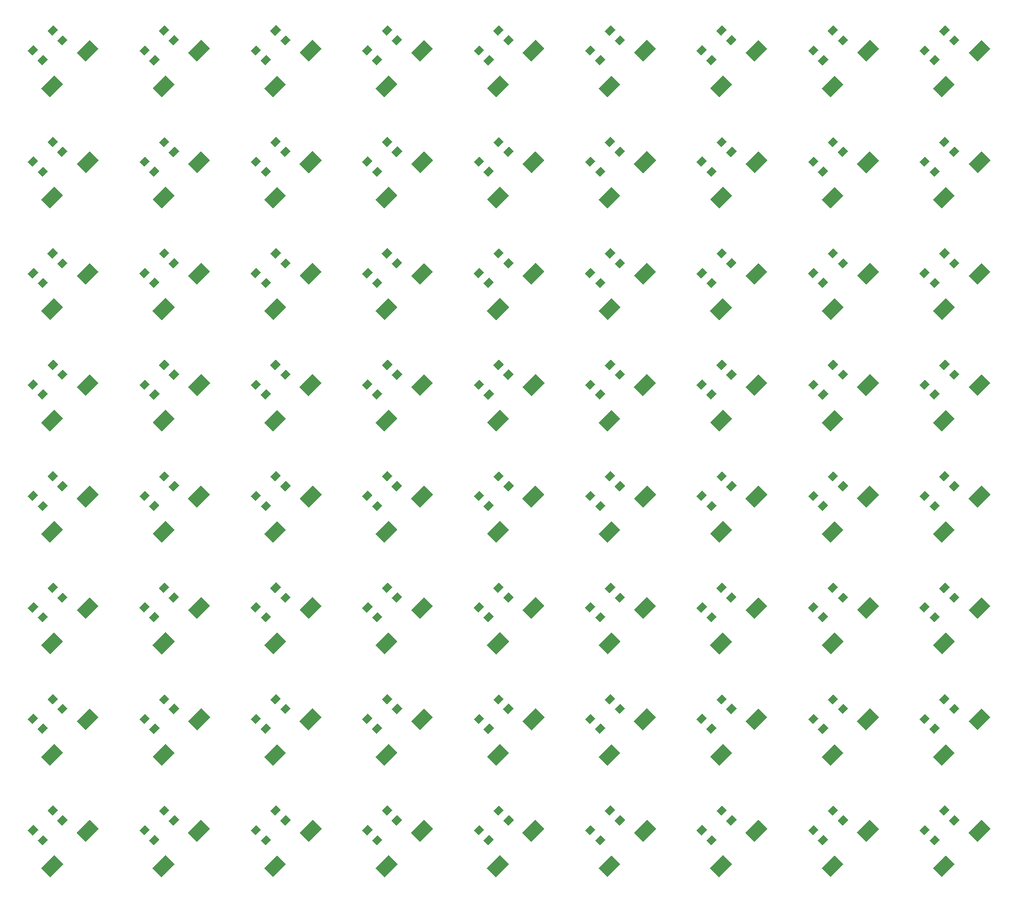
<source format=gbr>
G04 EAGLE Gerber X2 export*
%TF.Part,Single*%
%TF.FileFunction,Paste,Top*%
%TF.FilePolarity,Positive*%
%TF.GenerationSoftware,Autodesk,EAGLE,9.1.3*%
%TF.CreationDate,2018-08-22T06:47:52Z*%
G75*
%MOMM*%
%FSLAX34Y34*%
%LPD*%
%AMOC8*
5,1,8,0,0,1.08239X$1,22.5*%
G01*
%ADD10R,0.850000X1.000000*%
%ADD11R,2.300000X1.600000*%


D10*
G36*
X17038Y1073483D02*
X23048Y1067473D01*
X15978Y1060403D01*
X9968Y1066413D01*
X17038Y1073483D01*
G37*
G36*
X41787Y1098232D02*
X47797Y1092222D01*
X40727Y1085152D01*
X34717Y1091162D01*
X41787Y1098232D01*
G37*
G36*
X29413Y1061108D02*
X35423Y1055098D01*
X28353Y1048028D01*
X22343Y1054038D01*
X29413Y1061108D01*
G37*
G36*
X54162Y1085857D02*
X60172Y1079847D01*
X53102Y1072777D01*
X47092Y1078787D01*
X54162Y1085857D01*
G37*
G36*
X193102Y932777D02*
X187092Y938787D01*
X194162Y945857D01*
X200172Y939847D01*
X193102Y932777D01*
G37*
G36*
X168353Y908028D02*
X162343Y914038D01*
X169413Y921108D01*
X175423Y915098D01*
X168353Y908028D01*
G37*
G36*
X180727Y945152D02*
X174717Y951162D01*
X181787Y958232D01*
X187797Y952222D01*
X180727Y945152D01*
G37*
G36*
X155978Y920403D02*
X149968Y926413D01*
X157038Y933483D01*
X163048Y927473D01*
X155978Y920403D01*
G37*
G36*
X333102Y932777D02*
X327092Y938787D01*
X334162Y945857D01*
X340172Y939847D01*
X333102Y932777D01*
G37*
G36*
X308353Y908028D02*
X302343Y914038D01*
X309413Y921108D01*
X315423Y915098D01*
X308353Y908028D01*
G37*
G36*
X320727Y945152D02*
X314717Y951162D01*
X321787Y958232D01*
X327797Y952222D01*
X320727Y945152D01*
G37*
G36*
X295978Y920403D02*
X289968Y926413D01*
X297038Y933483D01*
X303048Y927473D01*
X295978Y920403D01*
G37*
G36*
X473102Y932777D02*
X467092Y938787D01*
X474162Y945857D01*
X480172Y939847D01*
X473102Y932777D01*
G37*
G36*
X448353Y908028D02*
X442343Y914038D01*
X449413Y921108D01*
X455423Y915098D01*
X448353Y908028D01*
G37*
G36*
X460727Y945152D02*
X454717Y951162D01*
X461787Y958232D01*
X467797Y952222D01*
X460727Y945152D01*
G37*
G36*
X435978Y920403D02*
X429968Y926413D01*
X437038Y933483D01*
X443048Y927473D01*
X435978Y920403D01*
G37*
G36*
X613102Y932777D02*
X607092Y938787D01*
X614162Y945857D01*
X620172Y939847D01*
X613102Y932777D01*
G37*
G36*
X588353Y908028D02*
X582343Y914038D01*
X589413Y921108D01*
X595423Y915098D01*
X588353Y908028D01*
G37*
G36*
X600727Y945152D02*
X594717Y951162D01*
X601787Y958232D01*
X607797Y952222D01*
X600727Y945152D01*
G37*
G36*
X575978Y920403D02*
X569968Y926413D01*
X577038Y933483D01*
X583048Y927473D01*
X575978Y920403D01*
G37*
G36*
X753102Y932777D02*
X747092Y938787D01*
X754162Y945857D01*
X760172Y939847D01*
X753102Y932777D01*
G37*
G36*
X728353Y908028D02*
X722343Y914038D01*
X729413Y921108D01*
X735423Y915098D01*
X728353Y908028D01*
G37*
G36*
X740727Y945152D02*
X734717Y951162D01*
X741787Y958232D01*
X747797Y952222D01*
X740727Y945152D01*
G37*
G36*
X715978Y920403D02*
X709968Y926413D01*
X717038Y933483D01*
X723048Y927473D01*
X715978Y920403D01*
G37*
G36*
X893102Y932777D02*
X887092Y938787D01*
X894162Y945857D01*
X900172Y939847D01*
X893102Y932777D01*
G37*
G36*
X868353Y908028D02*
X862343Y914038D01*
X869413Y921108D01*
X875423Y915098D01*
X868353Y908028D01*
G37*
G36*
X880727Y945152D02*
X874717Y951162D01*
X881787Y958232D01*
X887797Y952222D01*
X880727Y945152D01*
G37*
G36*
X855978Y920403D02*
X849968Y926413D01*
X857038Y933483D01*
X863048Y927473D01*
X855978Y920403D01*
G37*
G36*
X1033102Y932777D02*
X1027092Y938787D01*
X1034162Y945857D01*
X1040172Y939847D01*
X1033102Y932777D01*
G37*
G36*
X1008353Y908028D02*
X1002343Y914038D01*
X1009413Y921108D01*
X1015423Y915098D01*
X1008353Y908028D01*
G37*
G36*
X1020727Y945152D02*
X1014717Y951162D01*
X1021787Y958232D01*
X1027797Y952222D01*
X1020727Y945152D01*
G37*
G36*
X995978Y920403D02*
X989968Y926413D01*
X997038Y933483D01*
X1003048Y927473D01*
X995978Y920403D01*
G37*
G36*
X17038Y793483D02*
X23048Y787473D01*
X15978Y780403D01*
X9968Y786413D01*
X17038Y793483D01*
G37*
G36*
X41787Y818232D02*
X47797Y812222D01*
X40727Y805152D01*
X34717Y811162D01*
X41787Y818232D01*
G37*
G36*
X29413Y781108D02*
X35423Y775098D01*
X28353Y768028D01*
X22343Y774038D01*
X29413Y781108D01*
G37*
G36*
X54162Y805857D02*
X60172Y799847D01*
X53102Y792777D01*
X47092Y798787D01*
X54162Y805857D01*
G37*
G36*
X157038Y793483D02*
X163048Y787473D01*
X155978Y780403D01*
X149968Y786413D01*
X157038Y793483D01*
G37*
G36*
X181787Y818232D02*
X187797Y812222D01*
X180727Y805152D01*
X174717Y811162D01*
X181787Y818232D01*
G37*
G36*
X169413Y781108D02*
X175423Y775098D01*
X168353Y768028D01*
X162343Y774038D01*
X169413Y781108D01*
G37*
G36*
X194162Y805857D02*
X200172Y799847D01*
X193102Y792777D01*
X187092Y798787D01*
X194162Y805857D01*
G37*
G36*
X297038Y793483D02*
X303048Y787473D01*
X295978Y780403D01*
X289968Y786413D01*
X297038Y793483D01*
G37*
G36*
X321787Y818232D02*
X327797Y812222D01*
X320727Y805152D01*
X314717Y811162D01*
X321787Y818232D01*
G37*
G36*
X309413Y781108D02*
X315423Y775098D01*
X308353Y768028D01*
X302343Y774038D01*
X309413Y781108D01*
G37*
G36*
X334162Y805857D02*
X340172Y799847D01*
X333102Y792777D01*
X327092Y798787D01*
X334162Y805857D01*
G37*
G36*
X157038Y1073483D02*
X163048Y1067473D01*
X155978Y1060403D01*
X149968Y1066413D01*
X157038Y1073483D01*
G37*
G36*
X181787Y1098232D02*
X187797Y1092222D01*
X180727Y1085152D01*
X174717Y1091162D01*
X181787Y1098232D01*
G37*
G36*
X169413Y1061108D02*
X175423Y1055098D01*
X168353Y1048028D01*
X162343Y1054038D01*
X169413Y1061108D01*
G37*
G36*
X194162Y1085857D02*
X200172Y1079847D01*
X193102Y1072777D01*
X187092Y1078787D01*
X194162Y1085857D01*
G37*
G36*
X437038Y793483D02*
X443048Y787473D01*
X435978Y780403D01*
X429968Y786413D01*
X437038Y793483D01*
G37*
G36*
X461787Y818232D02*
X467797Y812222D01*
X460727Y805152D01*
X454717Y811162D01*
X461787Y818232D01*
G37*
G36*
X449413Y781108D02*
X455423Y775098D01*
X448353Y768028D01*
X442343Y774038D01*
X449413Y781108D01*
G37*
G36*
X474162Y805857D02*
X480172Y799847D01*
X473102Y792777D01*
X467092Y798787D01*
X474162Y805857D01*
G37*
G36*
X577038Y793483D02*
X583048Y787473D01*
X575978Y780403D01*
X569968Y786413D01*
X577038Y793483D01*
G37*
G36*
X601787Y818232D02*
X607797Y812222D01*
X600727Y805152D01*
X594717Y811162D01*
X601787Y818232D01*
G37*
G36*
X589413Y781108D02*
X595423Y775098D01*
X588353Y768028D01*
X582343Y774038D01*
X589413Y781108D01*
G37*
G36*
X614162Y805857D02*
X620172Y799847D01*
X613102Y792777D01*
X607092Y798787D01*
X614162Y805857D01*
G37*
G36*
X717038Y793483D02*
X723048Y787473D01*
X715978Y780403D01*
X709968Y786413D01*
X717038Y793483D01*
G37*
G36*
X741787Y818232D02*
X747797Y812222D01*
X740727Y805152D01*
X734717Y811162D01*
X741787Y818232D01*
G37*
G36*
X729413Y781108D02*
X735423Y775098D01*
X728353Y768028D01*
X722343Y774038D01*
X729413Y781108D01*
G37*
G36*
X754162Y805857D02*
X760172Y799847D01*
X753102Y792777D01*
X747092Y798787D01*
X754162Y805857D01*
G37*
G36*
X857038Y793483D02*
X863048Y787473D01*
X855978Y780403D01*
X849968Y786413D01*
X857038Y793483D01*
G37*
G36*
X881787Y818232D02*
X887797Y812222D01*
X880727Y805152D01*
X874717Y811162D01*
X881787Y818232D01*
G37*
G36*
X869413Y781108D02*
X875423Y775098D01*
X868353Y768028D01*
X862343Y774038D01*
X869413Y781108D01*
G37*
G36*
X894162Y805857D02*
X900172Y799847D01*
X893102Y792777D01*
X887092Y798787D01*
X894162Y805857D01*
G37*
G36*
X997038Y793483D02*
X1003048Y787473D01*
X995978Y780403D01*
X989968Y786413D01*
X997038Y793483D01*
G37*
G36*
X1021787Y818232D02*
X1027797Y812222D01*
X1020727Y805152D01*
X1014717Y811162D01*
X1021787Y818232D01*
G37*
G36*
X1009413Y781108D02*
X1015423Y775098D01*
X1008353Y768028D01*
X1002343Y774038D01*
X1009413Y781108D01*
G37*
G36*
X1034162Y805857D02*
X1040172Y799847D01*
X1033102Y792777D01*
X1027092Y798787D01*
X1034162Y805857D01*
G37*
G36*
X53102Y652777D02*
X47092Y658787D01*
X54162Y665857D01*
X60172Y659847D01*
X53102Y652777D01*
G37*
G36*
X28353Y628028D02*
X22343Y634038D01*
X29413Y641108D01*
X35423Y635098D01*
X28353Y628028D01*
G37*
G36*
X40727Y665152D02*
X34717Y671162D01*
X41787Y678232D01*
X47797Y672222D01*
X40727Y665152D01*
G37*
G36*
X15978Y640403D02*
X9968Y646413D01*
X17038Y653483D01*
X23048Y647473D01*
X15978Y640403D01*
G37*
G36*
X193102Y652777D02*
X187092Y658787D01*
X194162Y665857D01*
X200172Y659847D01*
X193102Y652777D01*
G37*
G36*
X168353Y628028D02*
X162343Y634038D01*
X169413Y641108D01*
X175423Y635098D01*
X168353Y628028D01*
G37*
G36*
X180727Y665152D02*
X174717Y671162D01*
X181787Y678232D01*
X187797Y672222D01*
X180727Y665152D01*
G37*
G36*
X155978Y640403D02*
X149968Y646413D01*
X157038Y653483D01*
X163048Y647473D01*
X155978Y640403D01*
G37*
G36*
X333102Y652777D02*
X327092Y658787D01*
X334162Y665857D01*
X340172Y659847D01*
X333102Y652777D01*
G37*
G36*
X308353Y628028D02*
X302343Y634038D01*
X309413Y641108D01*
X315423Y635098D01*
X308353Y628028D01*
G37*
G36*
X320727Y665152D02*
X314717Y671162D01*
X321787Y678232D01*
X327797Y672222D01*
X320727Y665152D01*
G37*
G36*
X295978Y640403D02*
X289968Y646413D01*
X297038Y653483D01*
X303048Y647473D01*
X295978Y640403D01*
G37*
G36*
X473102Y652777D02*
X467092Y658787D01*
X474162Y665857D01*
X480172Y659847D01*
X473102Y652777D01*
G37*
G36*
X448353Y628028D02*
X442343Y634038D01*
X449413Y641108D01*
X455423Y635098D01*
X448353Y628028D01*
G37*
G36*
X460727Y665152D02*
X454717Y671162D01*
X461787Y678232D01*
X467797Y672222D01*
X460727Y665152D01*
G37*
G36*
X435978Y640403D02*
X429968Y646413D01*
X437038Y653483D01*
X443048Y647473D01*
X435978Y640403D01*
G37*
G36*
X613102Y652777D02*
X607092Y658787D01*
X614162Y665857D01*
X620172Y659847D01*
X613102Y652777D01*
G37*
G36*
X588353Y628028D02*
X582343Y634038D01*
X589413Y641108D01*
X595423Y635098D01*
X588353Y628028D01*
G37*
G36*
X600727Y665152D02*
X594717Y671162D01*
X601787Y678232D01*
X607797Y672222D01*
X600727Y665152D01*
G37*
G36*
X575978Y640403D02*
X569968Y646413D01*
X577038Y653483D01*
X583048Y647473D01*
X575978Y640403D01*
G37*
G36*
X297038Y1073483D02*
X303048Y1067473D01*
X295978Y1060403D01*
X289968Y1066413D01*
X297038Y1073483D01*
G37*
G36*
X321787Y1098232D02*
X327797Y1092222D01*
X320727Y1085152D01*
X314717Y1091162D01*
X321787Y1098232D01*
G37*
G36*
X309413Y1061108D02*
X315423Y1055098D01*
X308353Y1048028D01*
X302343Y1054038D01*
X309413Y1061108D01*
G37*
G36*
X334162Y1085857D02*
X340172Y1079847D01*
X333102Y1072777D01*
X327092Y1078787D01*
X334162Y1085857D01*
G37*
G36*
X753102Y652777D02*
X747092Y658787D01*
X754162Y665857D01*
X760172Y659847D01*
X753102Y652777D01*
G37*
G36*
X728353Y628028D02*
X722343Y634038D01*
X729413Y641108D01*
X735423Y635098D01*
X728353Y628028D01*
G37*
G36*
X740727Y665152D02*
X734717Y671162D01*
X741787Y678232D01*
X747797Y672222D01*
X740727Y665152D01*
G37*
G36*
X715978Y640403D02*
X709968Y646413D01*
X717038Y653483D01*
X723048Y647473D01*
X715978Y640403D01*
G37*
G36*
X893102Y652777D02*
X887092Y658787D01*
X894162Y665857D01*
X900172Y659847D01*
X893102Y652777D01*
G37*
G36*
X868353Y628028D02*
X862343Y634038D01*
X869413Y641108D01*
X875423Y635098D01*
X868353Y628028D01*
G37*
G36*
X880727Y665152D02*
X874717Y671162D01*
X881787Y678232D01*
X887797Y672222D01*
X880727Y665152D01*
G37*
G36*
X855978Y640403D02*
X849968Y646413D01*
X857038Y653483D01*
X863048Y647473D01*
X855978Y640403D01*
G37*
G36*
X1033102Y652777D02*
X1027092Y658787D01*
X1034162Y665857D01*
X1040172Y659847D01*
X1033102Y652777D01*
G37*
G36*
X1008353Y628028D02*
X1002343Y634038D01*
X1009413Y641108D01*
X1015423Y635098D01*
X1008353Y628028D01*
G37*
G36*
X1020727Y665152D02*
X1014717Y671162D01*
X1021787Y678232D01*
X1027797Y672222D01*
X1020727Y665152D01*
G37*
G36*
X995978Y640403D02*
X989968Y646413D01*
X997038Y653483D01*
X1003048Y647473D01*
X995978Y640403D01*
G37*
G36*
X17038Y513483D02*
X23048Y507473D01*
X15978Y500403D01*
X9968Y506413D01*
X17038Y513483D01*
G37*
G36*
X41787Y538232D02*
X47797Y532222D01*
X40727Y525152D01*
X34717Y531162D01*
X41787Y538232D01*
G37*
G36*
X29413Y501108D02*
X35423Y495098D01*
X28353Y488028D01*
X22343Y494038D01*
X29413Y501108D01*
G37*
G36*
X54162Y525857D02*
X60172Y519847D01*
X53102Y512777D01*
X47092Y518787D01*
X54162Y525857D01*
G37*
G36*
X157038Y513483D02*
X163048Y507473D01*
X155978Y500403D01*
X149968Y506413D01*
X157038Y513483D01*
G37*
G36*
X181787Y538232D02*
X187797Y532222D01*
X180727Y525152D01*
X174717Y531162D01*
X181787Y538232D01*
G37*
G36*
X169413Y501108D02*
X175423Y495098D01*
X168353Y488028D01*
X162343Y494038D01*
X169413Y501108D01*
G37*
G36*
X194162Y525857D02*
X200172Y519847D01*
X193102Y512777D01*
X187092Y518787D01*
X194162Y525857D01*
G37*
G36*
X297038Y513483D02*
X303048Y507473D01*
X295978Y500403D01*
X289968Y506413D01*
X297038Y513483D01*
G37*
G36*
X321787Y538232D02*
X327797Y532222D01*
X320727Y525152D01*
X314717Y531162D01*
X321787Y538232D01*
G37*
G36*
X309413Y501108D02*
X315423Y495098D01*
X308353Y488028D01*
X302343Y494038D01*
X309413Y501108D01*
G37*
G36*
X334162Y525857D02*
X340172Y519847D01*
X333102Y512777D01*
X327092Y518787D01*
X334162Y525857D01*
G37*
G36*
X437038Y513483D02*
X443048Y507473D01*
X435978Y500403D01*
X429968Y506413D01*
X437038Y513483D01*
G37*
G36*
X461787Y538232D02*
X467797Y532222D01*
X460727Y525152D01*
X454717Y531162D01*
X461787Y538232D01*
G37*
G36*
X449413Y501108D02*
X455423Y495098D01*
X448353Y488028D01*
X442343Y494038D01*
X449413Y501108D01*
G37*
G36*
X474162Y525857D02*
X480172Y519847D01*
X473102Y512777D01*
X467092Y518787D01*
X474162Y525857D01*
G37*
G36*
X577038Y513483D02*
X583048Y507473D01*
X575978Y500403D01*
X569968Y506413D01*
X577038Y513483D01*
G37*
G36*
X601787Y538232D02*
X607797Y532222D01*
X600727Y525152D01*
X594717Y531162D01*
X601787Y538232D01*
G37*
G36*
X589413Y501108D02*
X595423Y495098D01*
X588353Y488028D01*
X582343Y494038D01*
X589413Y501108D01*
G37*
G36*
X614162Y525857D02*
X620172Y519847D01*
X613102Y512777D01*
X607092Y518787D01*
X614162Y525857D01*
G37*
G36*
X717038Y513483D02*
X723048Y507473D01*
X715978Y500403D01*
X709968Y506413D01*
X717038Y513483D01*
G37*
G36*
X741787Y538232D02*
X747797Y532222D01*
X740727Y525152D01*
X734717Y531162D01*
X741787Y538232D01*
G37*
G36*
X729413Y501108D02*
X735423Y495098D01*
X728353Y488028D01*
X722343Y494038D01*
X729413Y501108D01*
G37*
G36*
X754162Y525857D02*
X760172Y519847D01*
X753102Y512777D01*
X747092Y518787D01*
X754162Y525857D01*
G37*
G36*
X857038Y513483D02*
X863048Y507473D01*
X855978Y500403D01*
X849968Y506413D01*
X857038Y513483D01*
G37*
G36*
X881787Y538232D02*
X887797Y532222D01*
X880727Y525152D01*
X874717Y531162D01*
X881787Y538232D01*
G37*
G36*
X869413Y501108D02*
X875423Y495098D01*
X868353Y488028D01*
X862343Y494038D01*
X869413Y501108D01*
G37*
G36*
X894162Y525857D02*
X900172Y519847D01*
X893102Y512777D01*
X887092Y518787D01*
X894162Y525857D01*
G37*
G36*
X437038Y1073483D02*
X443048Y1067473D01*
X435978Y1060403D01*
X429968Y1066413D01*
X437038Y1073483D01*
G37*
G36*
X461787Y1098232D02*
X467797Y1092222D01*
X460727Y1085152D01*
X454717Y1091162D01*
X461787Y1098232D01*
G37*
G36*
X449413Y1061108D02*
X455423Y1055098D01*
X448353Y1048028D01*
X442343Y1054038D01*
X449413Y1061108D01*
G37*
G36*
X474162Y1085857D02*
X480172Y1079847D01*
X473102Y1072777D01*
X467092Y1078787D01*
X474162Y1085857D01*
G37*
G36*
X997038Y513483D02*
X1003048Y507473D01*
X995978Y500403D01*
X989968Y506413D01*
X997038Y513483D01*
G37*
G36*
X1021787Y538232D02*
X1027797Y532222D01*
X1020727Y525152D01*
X1014717Y531162D01*
X1021787Y538232D01*
G37*
G36*
X1009413Y501108D02*
X1015423Y495098D01*
X1008353Y488028D01*
X1002343Y494038D01*
X1009413Y501108D01*
G37*
G36*
X1034162Y525857D02*
X1040172Y519847D01*
X1033102Y512777D01*
X1027092Y518787D01*
X1034162Y525857D01*
G37*
G36*
X53102Y372777D02*
X47092Y378787D01*
X54162Y385857D01*
X60172Y379847D01*
X53102Y372777D01*
G37*
G36*
X28353Y348028D02*
X22343Y354038D01*
X29413Y361108D01*
X35423Y355098D01*
X28353Y348028D01*
G37*
G36*
X40727Y385152D02*
X34717Y391162D01*
X41787Y398232D01*
X47797Y392222D01*
X40727Y385152D01*
G37*
G36*
X15978Y360403D02*
X9968Y366413D01*
X17038Y373483D01*
X23048Y367473D01*
X15978Y360403D01*
G37*
G36*
X157038Y373483D02*
X163048Y367473D01*
X155978Y360403D01*
X149968Y366413D01*
X157038Y373483D01*
G37*
G36*
X181787Y398232D02*
X187797Y392222D01*
X180727Y385152D01*
X174717Y391162D01*
X181787Y398232D01*
G37*
G36*
X169413Y361108D02*
X175423Y355098D01*
X168353Y348028D01*
X162343Y354038D01*
X169413Y361108D01*
G37*
G36*
X194162Y385857D02*
X200172Y379847D01*
X193102Y372777D01*
X187092Y378787D01*
X194162Y385857D01*
G37*
G36*
X333102Y372777D02*
X327092Y378787D01*
X334162Y385857D01*
X340172Y379847D01*
X333102Y372777D01*
G37*
G36*
X308353Y348028D02*
X302343Y354038D01*
X309413Y361108D01*
X315423Y355098D01*
X308353Y348028D01*
G37*
G36*
X320727Y385152D02*
X314717Y391162D01*
X321787Y398232D01*
X327797Y392222D01*
X320727Y385152D01*
G37*
G36*
X295978Y360403D02*
X289968Y366413D01*
X297038Y373483D01*
X303048Y367473D01*
X295978Y360403D01*
G37*
G36*
X473102Y372777D02*
X467092Y378787D01*
X474162Y385857D01*
X480172Y379847D01*
X473102Y372777D01*
G37*
G36*
X448353Y348028D02*
X442343Y354038D01*
X449413Y361108D01*
X455423Y355098D01*
X448353Y348028D01*
G37*
G36*
X460727Y385152D02*
X454717Y391162D01*
X461787Y398232D01*
X467797Y392222D01*
X460727Y385152D01*
G37*
G36*
X435978Y360403D02*
X429968Y366413D01*
X437038Y373483D01*
X443048Y367473D01*
X435978Y360403D01*
G37*
G36*
X613102Y372777D02*
X607092Y378787D01*
X614162Y385857D01*
X620172Y379847D01*
X613102Y372777D01*
G37*
G36*
X588353Y348028D02*
X582343Y354038D01*
X589413Y361108D01*
X595423Y355098D01*
X588353Y348028D01*
G37*
G36*
X600727Y385152D02*
X594717Y391162D01*
X601787Y398232D01*
X607797Y392222D01*
X600727Y385152D01*
G37*
G36*
X575978Y360403D02*
X569968Y366413D01*
X577038Y373483D01*
X583048Y367473D01*
X575978Y360403D01*
G37*
G36*
X753102Y372777D02*
X747092Y378787D01*
X754162Y385857D01*
X760172Y379847D01*
X753102Y372777D01*
G37*
G36*
X728353Y348028D02*
X722343Y354038D01*
X729413Y361108D01*
X735423Y355098D01*
X728353Y348028D01*
G37*
G36*
X740727Y385152D02*
X734717Y391162D01*
X741787Y398232D01*
X747797Y392222D01*
X740727Y385152D01*
G37*
G36*
X715978Y360403D02*
X709968Y366413D01*
X717038Y373483D01*
X723048Y367473D01*
X715978Y360403D01*
G37*
G36*
X893102Y372777D02*
X887092Y378787D01*
X894162Y385857D01*
X900172Y379847D01*
X893102Y372777D01*
G37*
G36*
X868353Y348028D02*
X862343Y354038D01*
X869413Y361108D01*
X875423Y355098D01*
X868353Y348028D01*
G37*
G36*
X880727Y385152D02*
X874717Y391162D01*
X881787Y398232D01*
X887797Y392222D01*
X880727Y385152D01*
G37*
G36*
X855978Y360403D02*
X849968Y366413D01*
X857038Y373483D01*
X863048Y367473D01*
X855978Y360403D01*
G37*
G36*
X1033102Y372777D02*
X1027092Y378787D01*
X1034162Y385857D01*
X1040172Y379847D01*
X1033102Y372777D01*
G37*
G36*
X1008353Y348028D02*
X1002343Y354038D01*
X1009413Y361108D01*
X1015423Y355098D01*
X1008353Y348028D01*
G37*
G36*
X1020727Y385152D02*
X1014717Y391162D01*
X1021787Y398232D01*
X1027797Y392222D01*
X1020727Y385152D01*
G37*
G36*
X995978Y360403D02*
X989968Y366413D01*
X997038Y373483D01*
X1003048Y367473D01*
X995978Y360403D01*
G37*
G36*
X17038Y233483D02*
X23048Y227473D01*
X15978Y220403D01*
X9968Y226413D01*
X17038Y233483D01*
G37*
G36*
X41787Y258232D02*
X47797Y252222D01*
X40727Y245152D01*
X34717Y251162D01*
X41787Y258232D01*
G37*
G36*
X29413Y221108D02*
X35423Y215098D01*
X28353Y208028D01*
X22343Y214038D01*
X29413Y221108D01*
G37*
G36*
X54162Y245857D02*
X60172Y239847D01*
X53102Y232777D01*
X47092Y238787D01*
X54162Y245857D01*
G37*
G36*
X577038Y1073483D02*
X583048Y1067473D01*
X575978Y1060403D01*
X569968Y1066413D01*
X577038Y1073483D01*
G37*
G36*
X601787Y1098232D02*
X607797Y1092222D01*
X600727Y1085152D01*
X594717Y1091162D01*
X601787Y1098232D01*
G37*
G36*
X589413Y1061108D02*
X595423Y1055098D01*
X588353Y1048028D01*
X582343Y1054038D01*
X589413Y1061108D01*
G37*
G36*
X614162Y1085857D02*
X620172Y1079847D01*
X613102Y1072777D01*
X607092Y1078787D01*
X614162Y1085857D01*
G37*
G36*
X157038Y233483D02*
X163048Y227473D01*
X155978Y220403D01*
X149968Y226413D01*
X157038Y233483D01*
G37*
G36*
X181787Y258232D02*
X187797Y252222D01*
X180727Y245152D01*
X174717Y251162D01*
X181787Y258232D01*
G37*
G36*
X169413Y221108D02*
X175423Y215098D01*
X168353Y208028D01*
X162343Y214038D01*
X169413Y221108D01*
G37*
G36*
X194162Y245857D02*
X200172Y239847D01*
X193102Y232777D01*
X187092Y238787D01*
X194162Y245857D01*
G37*
G36*
X297038Y233483D02*
X303048Y227473D01*
X295978Y220403D01*
X289968Y226413D01*
X297038Y233483D01*
G37*
G36*
X321787Y258232D02*
X327797Y252222D01*
X320727Y245152D01*
X314717Y251162D01*
X321787Y258232D01*
G37*
G36*
X309413Y221108D02*
X315423Y215098D01*
X308353Y208028D01*
X302343Y214038D01*
X309413Y221108D01*
G37*
G36*
X334162Y245857D02*
X340172Y239847D01*
X333102Y232777D01*
X327092Y238787D01*
X334162Y245857D01*
G37*
G36*
X437038Y233483D02*
X443048Y227473D01*
X435978Y220403D01*
X429968Y226413D01*
X437038Y233483D01*
G37*
G36*
X461787Y258232D02*
X467797Y252222D01*
X460727Y245152D01*
X454717Y251162D01*
X461787Y258232D01*
G37*
G36*
X449413Y221108D02*
X455423Y215098D01*
X448353Y208028D01*
X442343Y214038D01*
X449413Y221108D01*
G37*
G36*
X474162Y245857D02*
X480172Y239847D01*
X473102Y232777D01*
X467092Y238787D01*
X474162Y245857D01*
G37*
G36*
X577038Y233483D02*
X583048Y227473D01*
X575978Y220403D01*
X569968Y226413D01*
X577038Y233483D01*
G37*
G36*
X601787Y258232D02*
X607797Y252222D01*
X600727Y245152D01*
X594717Y251162D01*
X601787Y258232D01*
G37*
G36*
X589413Y221108D02*
X595423Y215098D01*
X588353Y208028D01*
X582343Y214038D01*
X589413Y221108D01*
G37*
G36*
X614162Y245857D02*
X620172Y239847D01*
X613102Y232777D01*
X607092Y238787D01*
X614162Y245857D01*
G37*
G36*
X717038Y233483D02*
X723048Y227473D01*
X715978Y220403D01*
X709968Y226413D01*
X717038Y233483D01*
G37*
G36*
X741787Y258232D02*
X747797Y252222D01*
X740727Y245152D01*
X734717Y251162D01*
X741787Y258232D01*
G37*
G36*
X729413Y221108D02*
X735423Y215098D01*
X728353Y208028D01*
X722343Y214038D01*
X729413Y221108D01*
G37*
G36*
X754162Y245857D02*
X760172Y239847D01*
X753102Y232777D01*
X747092Y238787D01*
X754162Y245857D01*
G37*
G36*
X857038Y233483D02*
X863048Y227473D01*
X855978Y220403D01*
X849968Y226413D01*
X857038Y233483D01*
G37*
G36*
X881787Y258232D02*
X887797Y252222D01*
X880727Y245152D01*
X874717Y251162D01*
X881787Y258232D01*
G37*
G36*
X869413Y221108D02*
X875423Y215098D01*
X868353Y208028D01*
X862343Y214038D01*
X869413Y221108D01*
G37*
G36*
X894162Y245857D02*
X900172Y239847D01*
X893102Y232777D01*
X887092Y238787D01*
X894162Y245857D01*
G37*
G36*
X997038Y233483D02*
X1003048Y227473D01*
X995978Y220403D01*
X989968Y226413D01*
X997038Y233483D01*
G37*
G36*
X1021787Y258232D02*
X1027797Y252222D01*
X1020727Y245152D01*
X1014717Y251162D01*
X1021787Y258232D01*
G37*
G36*
X1009413Y221108D02*
X1015423Y215098D01*
X1008353Y208028D01*
X1002343Y214038D01*
X1009413Y221108D01*
G37*
G36*
X1034162Y245857D02*
X1040172Y239847D01*
X1033102Y232777D01*
X1027092Y238787D01*
X1034162Y245857D01*
G37*
G36*
X53102Y92777D02*
X47092Y98787D01*
X54162Y105857D01*
X60172Y99847D01*
X53102Y92777D01*
G37*
G36*
X28353Y68028D02*
X22343Y74038D01*
X29413Y81108D01*
X35423Y75098D01*
X28353Y68028D01*
G37*
G36*
X40727Y105152D02*
X34717Y111162D01*
X41787Y118232D01*
X47797Y112222D01*
X40727Y105152D01*
G37*
G36*
X15978Y80403D02*
X9968Y86413D01*
X17038Y93483D01*
X23048Y87473D01*
X15978Y80403D01*
G37*
G36*
X193102Y92777D02*
X187092Y98787D01*
X194162Y105857D01*
X200172Y99847D01*
X193102Y92777D01*
G37*
G36*
X168353Y68028D02*
X162343Y74038D01*
X169413Y81108D01*
X175423Y75098D01*
X168353Y68028D01*
G37*
G36*
X180727Y105152D02*
X174717Y111162D01*
X181787Y118232D01*
X187797Y112222D01*
X180727Y105152D01*
G37*
G36*
X155978Y80403D02*
X149968Y86413D01*
X157038Y93483D01*
X163048Y87473D01*
X155978Y80403D01*
G37*
G36*
X333102Y92777D02*
X327092Y98787D01*
X334162Y105857D01*
X340172Y99847D01*
X333102Y92777D01*
G37*
G36*
X308353Y68028D02*
X302343Y74038D01*
X309413Y81108D01*
X315423Y75098D01*
X308353Y68028D01*
G37*
G36*
X320727Y105152D02*
X314717Y111162D01*
X321787Y118232D01*
X327797Y112222D01*
X320727Y105152D01*
G37*
G36*
X295978Y80403D02*
X289968Y86413D01*
X297038Y93483D01*
X303048Y87473D01*
X295978Y80403D01*
G37*
G36*
X717038Y1073483D02*
X723048Y1067473D01*
X715978Y1060403D01*
X709968Y1066413D01*
X717038Y1073483D01*
G37*
G36*
X741787Y1098232D02*
X747797Y1092222D01*
X740727Y1085152D01*
X734717Y1091162D01*
X741787Y1098232D01*
G37*
G36*
X729413Y1061108D02*
X735423Y1055098D01*
X728353Y1048028D01*
X722343Y1054038D01*
X729413Y1061108D01*
G37*
G36*
X754162Y1085857D02*
X760172Y1079847D01*
X753102Y1072777D01*
X747092Y1078787D01*
X754162Y1085857D01*
G37*
G36*
X473102Y92777D02*
X467092Y98787D01*
X474162Y105857D01*
X480172Y99847D01*
X473102Y92777D01*
G37*
G36*
X448353Y68028D02*
X442343Y74038D01*
X449413Y81108D01*
X455423Y75098D01*
X448353Y68028D01*
G37*
G36*
X460727Y105152D02*
X454717Y111162D01*
X461787Y118232D01*
X467797Y112222D01*
X460727Y105152D01*
G37*
G36*
X435978Y80403D02*
X429968Y86413D01*
X437038Y93483D01*
X443048Y87473D01*
X435978Y80403D01*
G37*
G36*
X613102Y92777D02*
X607092Y98787D01*
X614162Y105857D01*
X620172Y99847D01*
X613102Y92777D01*
G37*
G36*
X588353Y68028D02*
X582343Y74038D01*
X589413Y81108D01*
X595423Y75098D01*
X588353Y68028D01*
G37*
G36*
X600727Y105152D02*
X594717Y111162D01*
X601787Y118232D01*
X607797Y112222D01*
X600727Y105152D01*
G37*
G36*
X575978Y80403D02*
X569968Y86413D01*
X577038Y93483D01*
X583048Y87473D01*
X575978Y80403D01*
G37*
G36*
X753102Y92777D02*
X747092Y98787D01*
X754162Y105857D01*
X760172Y99847D01*
X753102Y92777D01*
G37*
G36*
X728353Y68028D02*
X722343Y74038D01*
X729413Y81108D01*
X735423Y75098D01*
X728353Y68028D01*
G37*
G36*
X740727Y105152D02*
X734717Y111162D01*
X741787Y118232D01*
X747797Y112222D01*
X740727Y105152D01*
G37*
G36*
X715978Y80403D02*
X709968Y86413D01*
X717038Y93483D01*
X723048Y87473D01*
X715978Y80403D01*
G37*
G36*
X893102Y92777D02*
X887092Y98787D01*
X894162Y105857D01*
X900172Y99847D01*
X893102Y92777D01*
G37*
G36*
X868353Y68028D02*
X862343Y74038D01*
X869413Y81108D01*
X875423Y75098D01*
X868353Y68028D01*
G37*
G36*
X880727Y105152D02*
X874717Y111162D01*
X881787Y118232D01*
X887797Y112222D01*
X880727Y105152D01*
G37*
G36*
X855978Y80403D02*
X849968Y86413D01*
X857038Y93483D01*
X863048Y87473D01*
X855978Y80403D01*
G37*
G36*
X1033102Y92777D02*
X1027092Y98787D01*
X1034162Y105857D01*
X1040172Y99847D01*
X1033102Y92777D01*
G37*
G36*
X1008353Y68028D02*
X1002343Y74038D01*
X1009413Y81108D01*
X1015423Y75098D01*
X1008353Y68028D01*
G37*
G36*
X1020727Y105152D02*
X1014717Y111162D01*
X1021787Y118232D01*
X1027797Y112222D01*
X1020727Y105152D01*
G37*
G36*
X995978Y80403D02*
X989968Y86413D01*
X997038Y93483D01*
X1003048Y87473D01*
X995978Y80403D01*
G37*
G36*
X857038Y1073483D02*
X863048Y1067473D01*
X855978Y1060403D01*
X849968Y1066413D01*
X857038Y1073483D01*
G37*
G36*
X881787Y1098232D02*
X887797Y1092222D01*
X880727Y1085152D01*
X874717Y1091162D01*
X881787Y1098232D01*
G37*
G36*
X869413Y1061108D02*
X875423Y1055098D01*
X868353Y1048028D01*
X862343Y1054038D01*
X869413Y1061108D01*
G37*
G36*
X894162Y1085857D02*
X900172Y1079847D01*
X893102Y1072777D01*
X887092Y1078787D01*
X894162Y1085857D01*
G37*
G36*
X997038Y1073483D02*
X1003048Y1067473D01*
X995978Y1060403D01*
X989968Y1066413D01*
X997038Y1073483D01*
G37*
G36*
X1021787Y1098232D02*
X1027797Y1092222D01*
X1020727Y1085152D01*
X1014717Y1091162D01*
X1021787Y1098232D01*
G37*
G36*
X1009413Y1061108D02*
X1015423Y1055098D01*
X1008353Y1048028D01*
X1002343Y1054038D01*
X1009413Y1061108D01*
G37*
G36*
X1034162Y1085857D02*
X1040172Y1079847D01*
X1033102Y1072777D01*
X1027092Y1078787D01*
X1034162Y1085857D01*
G37*
G36*
X53102Y932777D02*
X47092Y938787D01*
X54162Y945857D01*
X60172Y939847D01*
X53102Y932777D01*
G37*
G36*
X28353Y908028D02*
X22343Y914038D01*
X29413Y921108D01*
X35423Y915098D01*
X28353Y908028D01*
G37*
G36*
X40727Y945152D02*
X34717Y951162D01*
X41787Y958232D01*
X47797Y952222D01*
X40727Y945152D01*
G37*
G36*
X15978Y920403D02*
X9968Y926413D01*
X17038Y933483D01*
X23048Y927473D01*
X15978Y920403D01*
G37*
D11*
G36*
X26798Y1019212D02*
X43060Y1035474D01*
X54374Y1024160D01*
X38112Y1007898D01*
X26798Y1019212D01*
G37*
G36*
X71346Y1063760D02*
X87608Y1080022D01*
X98922Y1068708D01*
X82660Y1052446D01*
X71346Y1063760D01*
G37*
G36*
X166798Y879212D02*
X183060Y895474D01*
X194374Y884160D01*
X178112Y867898D01*
X166798Y879212D01*
G37*
G36*
X211346Y923760D02*
X227608Y940022D01*
X238922Y928708D01*
X222660Y912446D01*
X211346Y923760D01*
G37*
G36*
X306798Y879212D02*
X323060Y895474D01*
X334374Y884160D01*
X318112Y867898D01*
X306798Y879212D01*
G37*
G36*
X351346Y923760D02*
X367608Y940022D01*
X378922Y928708D01*
X362660Y912446D01*
X351346Y923760D01*
G37*
G36*
X446798Y879212D02*
X463060Y895474D01*
X474374Y884160D01*
X458112Y867898D01*
X446798Y879212D01*
G37*
G36*
X491346Y923760D02*
X507608Y940022D01*
X518922Y928708D01*
X502660Y912446D01*
X491346Y923760D01*
G37*
G36*
X586798Y879212D02*
X603060Y895474D01*
X614374Y884160D01*
X598112Y867898D01*
X586798Y879212D01*
G37*
G36*
X631346Y923760D02*
X647608Y940022D01*
X658922Y928708D01*
X642660Y912446D01*
X631346Y923760D01*
G37*
G36*
X726798Y879212D02*
X743060Y895474D01*
X754374Y884160D01*
X738112Y867898D01*
X726798Y879212D01*
G37*
G36*
X771346Y923760D02*
X787608Y940022D01*
X798922Y928708D01*
X782660Y912446D01*
X771346Y923760D01*
G37*
G36*
X866798Y879212D02*
X883060Y895474D01*
X894374Y884160D01*
X878112Y867898D01*
X866798Y879212D01*
G37*
G36*
X911346Y923760D02*
X927608Y940022D01*
X938922Y928708D01*
X922660Y912446D01*
X911346Y923760D01*
G37*
G36*
X1006798Y879212D02*
X1023060Y895474D01*
X1034374Y884160D01*
X1018112Y867898D01*
X1006798Y879212D01*
G37*
G36*
X1051346Y923760D02*
X1067608Y940022D01*
X1078922Y928708D01*
X1062660Y912446D01*
X1051346Y923760D01*
G37*
G36*
X26798Y739212D02*
X43060Y755474D01*
X54374Y744160D01*
X38112Y727898D01*
X26798Y739212D01*
G37*
G36*
X71346Y783760D02*
X87608Y800022D01*
X98922Y788708D01*
X82660Y772446D01*
X71346Y783760D01*
G37*
G36*
X166798Y739212D02*
X183060Y755474D01*
X194374Y744160D01*
X178112Y727898D01*
X166798Y739212D01*
G37*
G36*
X211346Y783760D02*
X227608Y800022D01*
X238922Y788708D01*
X222660Y772446D01*
X211346Y783760D01*
G37*
G36*
X306798Y739212D02*
X323060Y755474D01*
X334374Y744160D01*
X318112Y727898D01*
X306798Y739212D01*
G37*
G36*
X351346Y783760D02*
X367608Y800022D01*
X378922Y788708D01*
X362660Y772446D01*
X351346Y783760D01*
G37*
G36*
X166798Y1019212D02*
X183060Y1035474D01*
X194374Y1024160D01*
X178112Y1007898D01*
X166798Y1019212D01*
G37*
G36*
X211346Y1063760D02*
X227608Y1080022D01*
X238922Y1068708D01*
X222660Y1052446D01*
X211346Y1063760D01*
G37*
G36*
X446798Y739212D02*
X463060Y755474D01*
X474374Y744160D01*
X458112Y727898D01*
X446798Y739212D01*
G37*
G36*
X491346Y783760D02*
X507608Y800022D01*
X518922Y788708D01*
X502660Y772446D01*
X491346Y783760D01*
G37*
G36*
X586798Y739212D02*
X603060Y755474D01*
X614374Y744160D01*
X598112Y727898D01*
X586798Y739212D01*
G37*
G36*
X631346Y783760D02*
X647608Y800022D01*
X658922Y788708D01*
X642660Y772446D01*
X631346Y783760D01*
G37*
G36*
X726798Y739212D02*
X743060Y755474D01*
X754374Y744160D01*
X738112Y727898D01*
X726798Y739212D01*
G37*
G36*
X771346Y783760D02*
X787608Y800022D01*
X798922Y788708D01*
X782660Y772446D01*
X771346Y783760D01*
G37*
G36*
X866798Y739212D02*
X883060Y755474D01*
X894374Y744160D01*
X878112Y727898D01*
X866798Y739212D01*
G37*
G36*
X911346Y783760D02*
X927608Y800022D01*
X938922Y788708D01*
X922660Y772446D01*
X911346Y783760D01*
G37*
G36*
X1006798Y739212D02*
X1023060Y755474D01*
X1034374Y744160D01*
X1018112Y727898D01*
X1006798Y739212D01*
G37*
G36*
X1051346Y783760D02*
X1067608Y800022D01*
X1078922Y788708D01*
X1062660Y772446D01*
X1051346Y783760D01*
G37*
G36*
X26798Y599212D02*
X43060Y615474D01*
X54374Y604160D01*
X38112Y587898D01*
X26798Y599212D01*
G37*
G36*
X71346Y643760D02*
X87608Y660022D01*
X98922Y648708D01*
X82660Y632446D01*
X71346Y643760D01*
G37*
G36*
X166798Y599212D02*
X183060Y615474D01*
X194374Y604160D01*
X178112Y587898D01*
X166798Y599212D01*
G37*
G36*
X211346Y643760D02*
X227608Y660022D01*
X238922Y648708D01*
X222660Y632446D01*
X211346Y643760D01*
G37*
G36*
X306798Y599212D02*
X323060Y615474D01*
X334374Y604160D01*
X318112Y587898D01*
X306798Y599212D01*
G37*
G36*
X351346Y643760D02*
X367608Y660022D01*
X378922Y648708D01*
X362660Y632446D01*
X351346Y643760D01*
G37*
G36*
X446798Y599212D02*
X463060Y615474D01*
X474374Y604160D01*
X458112Y587898D01*
X446798Y599212D01*
G37*
G36*
X491346Y643760D02*
X507608Y660022D01*
X518922Y648708D01*
X502660Y632446D01*
X491346Y643760D01*
G37*
G36*
X586798Y599212D02*
X603060Y615474D01*
X614374Y604160D01*
X598112Y587898D01*
X586798Y599212D01*
G37*
G36*
X631346Y643760D02*
X647608Y660022D01*
X658922Y648708D01*
X642660Y632446D01*
X631346Y643760D01*
G37*
G36*
X306798Y1019212D02*
X323060Y1035474D01*
X334374Y1024160D01*
X318112Y1007898D01*
X306798Y1019212D01*
G37*
G36*
X351346Y1063760D02*
X367608Y1080022D01*
X378922Y1068708D01*
X362660Y1052446D01*
X351346Y1063760D01*
G37*
G36*
X726798Y599212D02*
X743060Y615474D01*
X754374Y604160D01*
X738112Y587898D01*
X726798Y599212D01*
G37*
G36*
X771346Y643760D02*
X787608Y660022D01*
X798922Y648708D01*
X782660Y632446D01*
X771346Y643760D01*
G37*
G36*
X866798Y599212D02*
X883060Y615474D01*
X894374Y604160D01*
X878112Y587898D01*
X866798Y599212D01*
G37*
G36*
X911346Y643760D02*
X927608Y660022D01*
X938922Y648708D01*
X922660Y632446D01*
X911346Y643760D01*
G37*
G36*
X1006798Y599212D02*
X1023060Y615474D01*
X1034374Y604160D01*
X1018112Y587898D01*
X1006798Y599212D01*
G37*
G36*
X1051346Y643760D02*
X1067608Y660022D01*
X1078922Y648708D01*
X1062660Y632446D01*
X1051346Y643760D01*
G37*
G36*
X26798Y459212D02*
X43060Y475474D01*
X54374Y464160D01*
X38112Y447898D01*
X26798Y459212D01*
G37*
G36*
X71346Y503760D02*
X87608Y520022D01*
X98922Y508708D01*
X82660Y492446D01*
X71346Y503760D01*
G37*
G36*
X166798Y459212D02*
X183060Y475474D01*
X194374Y464160D01*
X178112Y447898D01*
X166798Y459212D01*
G37*
G36*
X211346Y503760D02*
X227608Y520022D01*
X238922Y508708D01*
X222660Y492446D01*
X211346Y503760D01*
G37*
G36*
X306798Y459212D02*
X323060Y475474D01*
X334374Y464160D01*
X318112Y447898D01*
X306798Y459212D01*
G37*
G36*
X351346Y503760D02*
X367608Y520022D01*
X378922Y508708D01*
X362660Y492446D01*
X351346Y503760D01*
G37*
G36*
X446798Y459212D02*
X463060Y475474D01*
X474374Y464160D01*
X458112Y447898D01*
X446798Y459212D01*
G37*
G36*
X491346Y503760D02*
X507608Y520022D01*
X518922Y508708D01*
X502660Y492446D01*
X491346Y503760D01*
G37*
G36*
X586798Y459212D02*
X603060Y475474D01*
X614374Y464160D01*
X598112Y447898D01*
X586798Y459212D01*
G37*
G36*
X631346Y503760D02*
X647608Y520022D01*
X658922Y508708D01*
X642660Y492446D01*
X631346Y503760D01*
G37*
G36*
X726798Y459212D02*
X743060Y475474D01*
X754374Y464160D01*
X738112Y447898D01*
X726798Y459212D01*
G37*
G36*
X771346Y503760D02*
X787608Y520022D01*
X798922Y508708D01*
X782660Y492446D01*
X771346Y503760D01*
G37*
G36*
X866798Y459212D02*
X883060Y475474D01*
X894374Y464160D01*
X878112Y447898D01*
X866798Y459212D01*
G37*
G36*
X911346Y503760D02*
X927608Y520022D01*
X938922Y508708D01*
X922660Y492446D01*
X911346Y503760D01*
G37*
G36*
X446798Y1019212D02*
X463060Y1035474D01*
X474374Y1024160D01*
X458112Y1007898D01*
X446798Y1019212D01*
G37*
G36*
X491346Y1063760D02*
X507608Y1080022D01*
X518922Y1068708D01*
X502660Y1052446D01*
X491346Y1063760D01*
G37*
G36*
X1006798Y459212D02*
X1023060Y475474D01*
X1034374Y464160D01*
X1018112Y447898D01*
X1006798Y459212D01*
G37*
G36*
X1051346Y503760D02*
X1067608Y520022D01*
X1078922Y508708D01*
X1062660Y492446D01*
X1051346Y503760D01*
G37*
G36*
X26798Y319212D02*
X43060Y335474D01*
X54374Y324160D01*
X38112Y307898D01*
X26798Y319212D01*
G37*
G36*
X71346Y363760D02*
X87608Y380022D01*
X98922Y368708D01*
X82660Y352446D01*
X71346Y363760D01*
G37*
G36*
X166798Y319212D02*
X183060Y335474D01*
X194374Y324160D01*
X178112Y307898D01*
X166798Y319212D01*
G37*
G36*
X211346Y363760D02*
X227608Y380022D01*
X238922Y368708D01*
X222660Y352446D01*
X211346Y363760D01*
G37*
G36*
X306798Y319212D02*
X323060Y335474D01*
X334374Y324160D01*
X318112Y307898D01*
X306798Y319212D01*
G37*
G36*
X351346Y363760D02*
X367608Y380022D01*
X378922Y368708D01*
X362660Y352446D01*
X351346Y363760D01*
G37*
G36*
X446798Y319212D02*
X463060Y335474D01*
X474374Y324160D01*
X458112Y307898D01*
X446798Y319212D01*
G37*
G36*
X491346Y363760D02*
X507608Y380022D01*
X518922Y368708D01*
X502660Y352446D01*
X491346Y363760D01*
G37*
G36*
X586798Y319212D02*
X603060Y335474D01*
X614374Y324160D01*
X598112Y307898D01*
X586798Y319212D01*
G37*
G36*
X631346Y363760D02*
X647608Y380022D01*
X658922Y368708D01*
X642660Y352446D01*
X631346Y363760D01*
G37*
G36*
X726798Y319212D02*
X743060Y335474D01*
X754374Y324160D01*
X738112Y307898D01*
X726798Y319212D01*
G37*
G36*
X771346Y363760D02*
X787608Y380022D01*
X798922Y368708D01*
X782660Y352446D01*
X771346Y363760D01*
G37*
G36*
X866798Y319212D02*
X883060Y335474D01*
X894374Y324160D01*
X878112Y307898D01*
X866798Y319212D01*
G37*
G36*
X911346Y363760D02*
X927608Y380022D01*
X938922Y368708D01*
X922660Y352446D01*
X911346Y363760D01*
G37*
G36*
X1006798Y319212D02*
X1023060Y335474D01*
X1034374Y324160D01*
X1018112Y307898D01*
X1006798Y319212D01*
G37*
G36*
X1051346Y363760D02*
X1067608Y380022D01*
X1078922Y368708D01*
X1062660Y352446D01*
X1051346Y363760D01*
G37*
G36*
X26798Y179212D02*
X43060Y195474D01*
X54374Y184160D01*
X38112Y167898D01*
X26798Y179212D01*
G37*
G36*
X71346Y223760D02*
X87608Y240022D01*
X98922Y228708D01*
X82660Y212446D01*
X71346Y223760D01*
G37*
G36*
X586798Y1019212D02*
X603060Y1035474D01*
X614374Y1024160D01*
X598112Y1007898D01*
X586798Y1019212D01*
G37*
G36*
X631346Y1063760D02*
X647608Y1080022D01*
X658922Y1068708D01*
X642660Y1052446D01*
X631346Y1063760D01*
G37*
G36*
X166798Y179212D02*
X183060Y195474D01*
X194374Y184160D01*
X178112Y167898D01*
X166798Y179212D01*
G37*
G36*
X211346Y223760D02*
X227608Y240022D01*
X238922Y228708D01*
X222660Y212446D01*
X211346Y223760D01*
G37*
G36*
X306798Y179212D02*
X323060Y195474D01*
X334374Y184160D01*
X318112Y167898D01*
X306798Y179212D01*
G37*
G36*
X351346Y223760D02*
X367608Y240022D01*
X378922Y228708D01*
X362660Y212446D01*
X351346Y223760D01*
G37*
G36*
X446798Y179212D02*
X463060Y195474D01*
X474374Y184160D01*
X458112Y167898D01*
X446798Y179212D01*
G37*
G36*
X491346Y223760D02*
X507608Y240022D01*
X518922Y228708D01*
X502660Y212446D01*
X491346Y223760D01*
G37*
G36*
X586798Y179212D02*
X603060Y195474D01*
X614374Y184160D01*
X598112Y167898D01*
X586798Y179212D01*
G37*
G36*
X631346Y223760D02*
X647608Y240022D01*
X658922Y228708D01*
X642660Y212446D01*
X631346Y223760D01*
G37*
G36*
X726798Y179212D02*
X743060Y195474D01*
X754374Y184160D01*
X738112Y167898D01*
X726798Y179212D01*
G37*
G36*
X771346Y223760D02*
X787608Y240022D01*
X798922Y228708D01*
X782660Y212446D01*
X771346Y223760D01*
G37*
G36*
X866798Y179212D02*
X883060Y195474D01*
X894374Y184160D01*
X878112Y167898D01*
X866798Y179212D01*
G37*
G36*
X911346Y223760D02*
X927608Y240022D01*
X938922Y228708D01*
X922660Y212446D01*
X911346Y223760D01*
G37*
G36*
X1006798Y179212D02*
X1023060Y195474D01*
X1034374Y184160D01*
X1018112Y167898D01*
X1006798Y179212D01*
G37*
G36*
X1051346Y223760D02*
X1067608Y240022D01*
X1078922Y228708D01*
X1062660Y212446D01*
X1051346Y223760D01*
G37*
G36*
X26798Y39212D02*
X43060Y55474D01*
X54374Y44160D01*
X38112Y27898D01*
X26798Y39212D01*
G37*
G36*
X71346Y83760D02*
X87608Y100022D01*
X98922Y88708D01*
X82660Y72446D01*
X71346Y83760D01*
G37*
G36*
X166798Y39212D02*
X183060Y55474D01*
X194374Y44160D01*
X178112Y27898D01*
X166798Y39212D01*
G37*
G36*
X211346Y83760D02*
X227608Y100022D01*
X238922Y88708D01*
X222660Y72446D01*
X211346Y83760D01*
G37*
G36*
X306798Y39212D02*
X323060Y55474D01*
X334374Y44160D01*
X318112Y27898D01*
X306798Y39212D01*
G37*
G36*
X351346Y83760D02*
X367608Y100022D01*
X378922Y88708D01*
X362660Y72446D01*
X351346Y83760D01*
G37*
G36*
X726798Y1019212D02*
X743060Y1035474D01*
X754374Y1024160D01*
X738112Y1007898D01*
X726798Y1019212D01*
G37*
G36*
X771346Y1063760D02*
X787608Y1080022D01*
X798922Y1068708D01*
X782660Y1052446D01*
X771346Y1063760D01*
G37*
G36*
X446798Y39212D02*
X463060Y55474D01*
X474374Y44160D01*
X458112Y27898D01*
X446798Y39212D01*
G37*
G36*
X491346Y83760D02*
X507608Y100022D01*
X518922Y88708D01*
X502660Y72446D01*
X491346Y83760D01*
G37*
G36*
X586798Y39212D02*
X603060Y55474D01*
X614374Y44160D01*
X598112Y27898D01*
X586798Y39212D01*
G37*
G36*
X631346Y83760D02*
X647608Y100022D01*
X658922Y88708D01*
X642660Y72446D01*
X631346Y83760D01*
G37*
G36*
X726798Y39212D02*
X743060Y55474D01*
X754374Y44160D01*
X738112Y27898D01*
X726798Y39212D01*
G37*
G36*
X771346Y83760D02*
X787608Y100022D01*
X798922Y88708D01*
X782660Y72446D01*
X771346Y83760D01*
G37*
G36*
X866798Y39212D02*
X883060Y55474D01*
X894374Y44160D01*
X878112Y27898D01*
X866798Y39212D01*
G37*
G36*
X911346Y83760D02*
X927608Y100022D01*
X938922Y88708D01*
X922660Y72446D01*
X911346Y83760D01*
G37*
G36*
X1006798Y39212D02*
X1023060Y55474D01*
X1034374Y44160D01*
X1018112Y27898D01*
X1006798Y39212D01*
G37*
G36*
X1051346Y83760D02*
X1067608Y100022D01*
X1078922Y88708D01*
X1062660Y72446D01*
X1051346Y83760D01*
G37*
G36*
X866798Y1019212D02*
X883060Y1035474D01*
X894374Y1024160D01*
X878112Y1007898D01*
X866798Y1019212D01*
G37*
G36*
X911346Y1063760D02*
X927608Y1080022D01*
X938922Y1068708D01*
X922660Y1052446D01*
X911346Y1063760D01*
G37*
G36*
X1006798Y1019212D02*
X1023060Y1035474D01*
X1034374Y1024160D01*
X1018112Y1007898D01*
X1006798Y1019212D01*
G37*
G36*
X1051346Y1063760D02*
X1067608Y1080022D01*
X1078922Y1068708D01*
X1062660Y1052446D01*
X1051346Y1063760D01*
G37*
G36*
X26798Y879212D02*
X43060Y895474D01*
X54374Y884160D01*
X38112Y867898D01*
X26798Y879212D01*
G37*
G36*
X71346Y923760D02*
X87608Y940022D01*
X98922Y928708D01*
X82660Y912446D01*
X71346Y923760D01*
G37*
G36*
X1146798Y1019212D02*
X1163060Y1035474D01*
X1174374Y1024160D01*
X1158112Y1007898D01*
X1146798Y1019212D01*
G37*
G36*
X1191346Y1063760D02*
X1207608Y1080022D01*
X1218922Y1068708D01*
X1202660Y1052446D01*
X1191346Y1063760D01*
G37*
G36*
X1146798Y879212D02*
X1163060Y895474D01*
X1174374Y884160D01*
X1158112Y867898D01*
X1146798Y879212D01*
G37*
G36*
X1191346Y923760D02*
X1207608Y940022D01*
X1218922Y928708D01*
X1202660Y912446D01*
X1191346Y923760D01*
G37*
G36*
X1146798Y739212D02*
X1163060Y755474D01*
X1174374Y744160D01*
X1158112Y727898D01*
X1146798Y739212D01*
G37*
G36*
X1191346Y783760D02*
X1207608Y800022D01*
X1218922Y788708D01*
X1202660Y772446D01*
X1191346Y783760D01*
G37*
G36*
X1146798Y599212D02*
X1163060Y615474D01*
X1174374Y604160D01*
X1158112Y587898D01*
X1146798Y599212D01*
G37*
G36*
X1191346Y643760D02*
X1207608Y660022D01*
X1218922Y648708D01*
X1202660Y632446D01*
X1191346Y643760D01*
G37*
G36*
X1146798Y459212D02*
X1163060Y475474D01*
X1174374Y464160D01*
X1158112Y447898D01*
X1146798Y459212D01*
G37*
G36*
X1191346Y503760D02*
X1207608Y520022D01*
X1218922Y508708D01*
X1202660Y492446D01*
X1191346Y503760D01*
G37*
G36*
X1146798Y319212D02*
X1163060Y335474D01*
X1174374Y324160D01*
X1158112Y307898D01*
X1146798Y319212D01*
G37*
G36*
X1191346Y363760D02*
X1207608Y380022D01*
X1218922Y368708D01*
X1202660Y352446D01*
X1191346Y363760D01*
G37*
G36*
X1146798Y179212D02*
X1163060Y195474D01*
X1174374Y184160D01*
X1158112Y167898D01*
X1146798Y179212D01*
G37*
G36*
X1191346Y223760D02*
X1207608Y240022D01*
X1218922Y228708D01*
X1202660Y212446D01*
X1191346Y223760D01*
G37*
G36*
X1146798Y39212D02*
X1163060Y55474D01*
X1174374Y44160D01*
X1158112Y27898D01*
X1146798Y39212D01*
G37*
G36*
X1191346Y83760D02*
X1207608Y100022D01*
X1218922Y88708D01*
X1202660Y72446D01*
X1191346Y83760D01*
G37*
D10*
G36*
X1137038Y1073483D02*
X1143048Y1067473D01*
X1135978Y1060403D01*
X1129968Y1066413D01*
X1137038Y1073483D01*
G37*
G36*
X1161787Y1098232D02*
X1167797Y1092222D01*
X1160727Y1085152D01*
X1154717Y1091162D01*
X1161787Y1098232D01*
G37*
G36*
X1149413Y1061108D02*
X1155423Y1055098D01*
X1148353Y1048028D01*
X1142343Y1054038D01*
X1149413Y1061108D01*
G37*
G36*
X1174162Y1085857D02*
X1180172Y1079847D01*
X1173102Y1072777D01*
X1167092Y1078787D01*
X1174162Y1085857D01*
G37*
G36*
X1137038Y933483D02*
X1143048Y927473D01*
X1135978Y920403D01*
X1129968Y926413D01*
X1137038Y933483D01*
G37*
G36*
X1161787Y958232D02*
X1167797Y952222D01*
X1160727Y945152D01*
X1154717Y951162D01*
X1161787Y958232D01*
G37*
G36*
X1149413Y921108D02*
X1155423Y915098D01*
X1148353Y908028D01*
X1142343Y914038D01*
X1149413Y921108D01*
G37*
G36*
X1174162Y945857D02*
X1180172Y939847D01*
X1173102Y932777D01*
X1167092Y938787D01*
X1174162Y945857D01*
G37*
G36*
X1137038Y793483D02*
X1143048Y787473D01*
X1135978Y780403D01*
X1129968Y786413D01*
X1137038Y793483D01*
G37*
G36*
X1161787Y818232D02*
X1167797Y812222D01*
X1160727Y805152D01*
X1154717Y811162D01*
X1161787Y818232D01*
G37*
G36*
X1149413Y781108D02*
X1155423Y775098D01*
X1148353Y768028D01*
X1142343Y774038D01*
X1149413Y781108D01*
G37*
G36*
X1174162Y805857D02*
X1180172Y799847D01*
X1173102Y792777D01*
X1167092Y798787D01*
X1174162Y805857D01*
G37*
G36*
X1137038Y653483D02*
X1143048Y647473D01*
X1135978Y640403D01*
X1129968Y646413D01*
X1137038Y653483D01*
G37*
G36*
X1161787Y678232D02*
X1167797Y672222D01*
X1160727Y665152D01*
X1154717Y671162D01*
X1161787Y678232D01*
G37*
G36*
X1149413Y641108D02*
X1155423Y635098D01*
X1148353Y628028D01*
X1142343Y634038D01*
X1149413Y641108D01*
G37*
G36*
X1174162Y665857D02*
X1180172Y659847D01*
X1173102Y652777D01*
X1167092Y658787D01*
X1174162Y665857D01*
G37*
G36*
X1137038Y513483D02*
X1143048Y507473D01*
X1135978Y500403D01*
X1129968Y506413D01*
X1137038Y513483D01*
G37*
G36*
X1161787Y538232D02*
X1167797Y532222D01*
X1160727Y525152D01*
X1154717Y531162D01*
X1161787Y538232D01*
G37*
G36*
X1149413Y501108D02*
X1155423Y495098D01*
X1148353Y488028D01*
X1142343Y494038D01*
X1149413Y501108D01*
G37*
G36*
X1174162Y525857D02*
X1180172Y519847D01*
X1173102Y512777D01*
X1167092Y518787D01*
X1174162Y525857D01*
G37*
G36*
X1137038Y373483D02*
X1143048Y367473D01*
X1135978Y360403D01*
X1129968Y366413D01*
X1137038Y373483D01*
G37*
G36*
X1161787Y398232D02*
X1167797Y392222D01*
X1160727Y385152D01*
X1154717Y391162D01*
X1161787Y398232D01*
G37*
G36*
X1149413Y361108D02*
X1155423Y355098D01*
X1148353Y348028D01*
X1142343Y354038D01*
X1149413Y361108D01*
G37*
G36*
X1174162Y385857D02*
X1180172Y379847D01*
X1173102Y372777D01*
X1167092Y378787D01*
X1174162Y385857D01*
G37*
G36*
X1137038Y233483D02*
X1143048Y227473D01*
X1135978Y220403D01*
X1129968Y226413D01*
X1137038Y233483D01*
G37*
G36*
X1161787Y258232D02*
X1167797Y252222D01*
X1160727Y245152D01*
X1154717Y251162D01*
X1161787Y258232D01*
G37*
G36*
X1149413Y221108D02*
X1155423Y215098D01*
X1148353Y208028D01*
X1142343Y214038D01*
X1149413Y221108D01*
G37*
G36*
X1174162Y245857D02*
X1180172Y239847D01*
X1173102Y232777D01*
X1167092Y238787D01*
X1174162Y245857D01*
G37*
G36*
X1137038Y93483D02*
X1143048Y87473D01*
X1135978Y80403D01*
X1129968Y86413D01*
X1137038Y93483D01*
G37*
G36*
X1161787Y118232D02*
X1167797Y112222D01*
X1160727Y105152D01*
X1154717Y111162D01*
X1161787Y118232D01*
G37*
G36*
X1149413Y81108D02*
X1155423Y75098D01*
X1148353Y68028D01*
X1142343Y74038D01*
X1149413Y81108D01*
G37*
G36*
X1174162Y105857D02*
X1180172Y99847D01*
X1173102Y92777D01*
X1167092Y98787D01*
X1174162Y105857D01*
G37*
M02*

</source>
